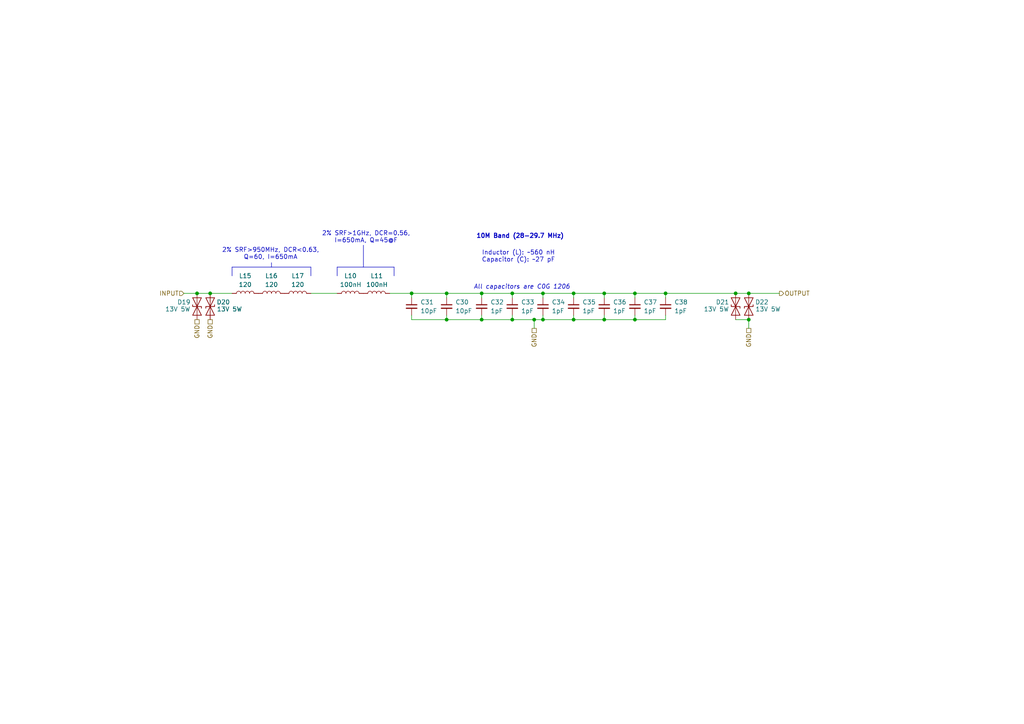
<source format=kicad_sch>
(kicad_sch (version 20231120) (generator "eeschema") (generator_version "8.0")
  (paper "A4")
  (lib_symbols
    (symbol "Device:C_Small" (pin_numbers hide) (pin_names (offset 0.254) hide)
      (property "Reference" "C" (at 0.254 1.778 0))
      (property "Value" "C_Small" (at 0.254 -2.032 0))
      (symbol "C_Small_0_1"
        (polyline (pts (xy -1.524 -0.508) (xy 1.524 -0.508)) (stroke (width 0.3302)))
        (polyline (pts (xy -1.524 0.508) (xy 1.524 0.508)) (stroke (width 0.3048)))
      )
      (symbol "C_Small_1_1"
        (pin passive line (at 0 2.54 270) (length 2.032) (name "~") (number "1"))
        (pin passive line (at 0 -2.54 90) (length 2.032) (name "~") (number "2"))
      )
    )
    (symbol "Device:L" (pin_numbers hide) (pin_names (offset 1.016) hide)
      (property "Reference" "L" (at -1.27 0 90))
      (property "Value" "L" (at 1.905 0 90))
      (symbol "L_0_1"
        (arc (start 0 -2.54) (mid 0.6323 -1.905) (end 0 -1.27))
        (arc (start 0 -1.27) (mid 0.6323 -0.635) (end 0 0))
        (arc (start 0 0) (mid 0.6323 0.635) (end 0 1.27))
        (arc (start 0 1.27) (mid 0.6323 1.905) (end 0 2.54))
      )
      (symbol "L_1_1"
        (pin passive line (at 0 3.81 270) (length 1.27) (name "1") (number "1"))
        (pin passive line (at 0 -3.81 90) (length 1.27) (name "2") (number "2"))
      )
    )
    (symbol "Diode:SD15_SOD323" (pin_numbers hide) (pin_names (offset 1.016) hide)
      (property "Reference" "D" (at 0 2.54 0))
      (property "Value" "SD15_SOD323" (at 0 -2.54 0))
      (symbol "SD15_SOD323_0_1"
        (polyline (pts (xy 1.27 0) (xy -1.27 0)))
        (polyline (pts (xy -2.54 -1.27) (xy 0 0) (xy -2.54 1.27) (xy -2.54 -1.27)) (stroke (width 0.2032)))
        (polyline (pts (xy 0.508 1.27) (xy 0 1.27) (xy 0 -1.27) (xy -0.508 -1.27)) (stroke (width 0.2032)))
        (polyline (pts (xy 2.54 1.27) (xy 2.54 -1.27) (xy 0 0) (xy 2.54 1.27)) (stroke (width 0.2032)))
      )
      (symbol "SD15_SOD323_1_1"
        (pin passive line (at -3.81 0 0) (length 2.54) (name "A1") (number "1"))
        (pin passive line (at 3.81 0 180) (length 2.54) (name "A2") (number "2"))
      )
    )
  )
  (junction (at 129.54 85.09))
  (junction (at 193.04 85.09))
  (junction (at 57.15 85.09))
  (junction (at 157.48 92.71))
  (junction (at 154.94 92.71))
  (junction (at 139.7 85.09))
  (junction (at 119.38 85.09))
  (junction (at 139.7 92.71))
  (junction (at 166.37 85.09))
  (junction (at 213.36 85.09))
  (junction (at 175.26 92.71))
  (junction (at 184.15 85.09))
  (junction (at 217.17 92.71))
  (junction (at 129.54 92.71))
  (junction (at 175.26 85.09))
  (junction (at 217.17 85.09))
  (junction (at 148.59 85.09))
  (junction (at 60.96 85.09))
  (junction (at 184.15 92.71))
  (junction (at 148.59 92.71))
  (junction (at 157.48 85.09))
  (junction (at 166.37 92.71))
  (wire (pts (xy 119.38 92.71) (xy 129.54 92.71)))
  (polyline (pts (xy 97.79 77.47) (xy 114.3 77.47)))
  (wire (pts (xy 166.37 85.09) (xy 175.26 85.09)))
  (wire (pts (xy 113.03 85.09) (xy 119.38 85.09)))
  (wire (pts (xy 148.59 91.44) (xy 148.59 92.71)))
  (wire (pts (xy 139.7 85.09) (xy 139.7 86.36)))
  (wire (pts (xy 213.36 85.09) (xy 217.17 85.09)))
  (wire (pts (xy 129.54 85.09) (xy 129.54 86.36)))
  (wire (pts (xy 217.17 92.71) (xy 217.17 95.25)))
  (wire (pts (xy 90.17 85.09) (xy 97.79 85.09)))
  (wire (pts (xy 157.48 85.09) (xy 157.48 86.36)))
  (wire (pts (xy 193.04 91.44) (xy 193.04 92.71)))
  (wire (pts (xy 154.94 92.71) (xy 157.48 92.71)))
  (polyline (pts (xy 90.17 77.47) (xy 67.31 77.47)))
  (wire (pts (xy 154.94 92.71) (xy 154.94 95.25)))
  (wire (pts (xy 166.37 85.09) (xy 166.37 86.36)))
  (wire (pts (xy 193.04 85.09) (xy 213.36 85.09)))
  (wire (pts (xy 193.04 85.09) (xy 193.04 86.36)))
  (polyline (pts (xy 67.31 77.47) (xy 67.31 80.01)))
  (wire (pts (xy 57.15 85.09) (xy 60.96 85.09)))
  (wire (pts (xy 175.26 85.09) (xy 184.15 85.09)))
  (wire (pts (xy 175.26 92.71) (xy 184.15 92.71)))
  (wire (pts (xy 148.59 92.71) (xy 154.94 92.71)))
  (wire (pts (xy 213.36 92.71) (xy 217.17 92.71)))
  (polyline (pts (xy 114.3 77.47) (xy 114.3 80.01)))
  (wire (pts (xy 53.34 85.09) (xy 57.15 85.09)))
  (wire (pts (xy 129.54 92.71) (xy 139.7 92.71)))
  (wire (pts (xy 157.48 85.09) (xy 166.37 85.09)))
  (wire (pts (xy 119.38 85.09) (xy 129.54 85.09)))
  (wire (pts (xy 166.37 91.44) (xy 166.37 92.71)))
  (wire (pts (xy 139.7 85.09) (xy 148.59 85.09)))
  (polyline (pts (xy 90.17 80.01) (xy 90.17 77.47)))
  (polyline (pts (xy 97.79 80.01) (xy 97.79 77.47)))
  (wire (pts (xy 129.54 85.09) (xy 139.7 85.09)))
  (wire (pts (xy 184.15 85.09) (xy 193.04 85.09)))
  (wire (pts (xy 129.54 91.44) (xy 129.54 92.71)))
  (wire (pts (xy 119.38 85.09) (xy 119.38 86.36)))
  (wire (pts (xy 175.26 91.44) (xy 175.26 92.71)))
  (wire (pts (xy 119.38 91.44) (xy 119.38 92.71)))
  (wire (pts (xy 139.7 92.71) (xy 148.59 92.71)))
  (wire (pts (xy 148.59 85.09) (xy 157.48 85.09)))
  (wire (pts (xy 184.15 92.71) (xy 193.04 92.71)))
  (wire (pts (xy 184.15 85.09) (xy 184.15 86.36)))
  (wire (pts (xy 157.48 91.44) (xy 157.48 92.71)))
  (wire (pts (xy 175.26 85.09) (xy 175.26 86.36)))
  (wire (pts (xy 139.7 91.44) (xy 139.7 92.71)))
  (wire (pts (xy 217.17 85.09) (xy 226.06 85.09)))
  (wire (pts (xy 60.96 85.09) (xy 67.31 85.09)))
  (polyline (pts (xy 78.74 76.2) (xy 78.74 77.47)))
  (wire (pts (xy 157.48 92.71) (xy 166.37 92.71)))
  (wire (pts (xy 184.15 91.44) (xy 184.15 92.71)))
  (polyline (pts (xy 105.41 71.12) (xy 105.41 77.47)))
  (wire (pts (xy 166.37 92.71) (xy 175.26 92.71)))
  (wire (pts (xy 148.59 85.09) (xy 148.59 86.36)))
  (text "10M Band (28-29.7 MHz)" (at 150.876 68.58 0) (effects (font (size 1.27 1.27) (thickness 0.254) (bold yes))))
  (text "2% SRF>950MHz, DCR<0.63,\nQ=60, I=650mA" (at 78.486 73.66 0) (effects (font (size 1.27 1.27))))
  (text "2% SRF>1GHz, DCR=0.56,\nI=650mA, Q=45@F" (at 106.172 68.834 0) (effects (font (size 1.27 1.27))))
  (text "All capacitors are C0G 1206" (at 151.384 83.312 0) (effects (font (size 1.27 1.27) (italic yes))))
  (text "Inductor (L): ~560 nH\nCapacitor (C): ~27 pF" (at 150.368 74.422 0) (effects (font (size 1.27 1.27))))
  (hierarchical_label "INPUT" (shape input) (at 53.34 85.09 180))
  (hierarchical_label "GND" (shape passive) (at 60.96 92.71 270))
  (hierarchical_label "OUTPUT" (shape output) (at 226.06 85.09 0))
  (hierarchical_label "GND" (shape passive) (at 57.15 92.71 270))
  (hierarchical_label "GND" (shape passive) (at 154.94 95.25 270))
  (hierarchical_label "GND" (shape passive) (at 217.17 95.25 270))
  (symbol (lib_id "Device:L") (at 101.6 85.09 90) (unit 1)
    (property "Reference" "L10" (at 99.822 80.01 90) (effects (justify right)))
    (property "Value" "100nH" (at 98.552 82.55 90) (effects (justify right)))
    (property "Footprint" "Inductor_SMD:L_1008_2520Metric" (effects (hide yes)))
    (property "Datasheet" "https://wmsc.lcsc.com/wmsc/upload/file/pdf/v2/lcsc/2304140030_PSA-Prosperity-Dielectrics-FEC1008CP-R10G-LRH_C346437.pdf" (effects (hide yes)))
    (property "Description" "650mA 100nH ±2% 560mΩ 1008 Inductors (SMD) ROHS" (effects (hide yes)))
    (property "Notes" "For 2M band, 144-148MHz." (effects (hide yes)))
    (property "LCSC Part #" "C346437" (effects (hide yes)))
    (property "MPN" "FEC1008CP-R10G-LRH" (effects (hide yes)))
    (property "Manufacturer" "Prosperity" (effects (hide yes)))
  )
  (symbol (lib_id "Device:L") (at 78.74 85.09 90) (unit 1)
    (property "Reference" "L16" (at 78.74 80.01 90))
    (property "Value" "120" (at 78.74 82.55 90))
    (property "Footprint" "Inductor_SMD:L_1008_2520Metric" (effects (hide yes)))
    (property "Datasheet" "https://wmsc.lcsc.com/wmsc/upload/file/pdf/v2/lcsc/2304140030_PSA-Prosperity-Dielectrics-FEC1008CP-R12G-LRH_C346438.pdf" (effects (hide yes)))
    (property "Description" "650mA 120nH ±2% 630mΩ 1008 Inductors (SMD) ROHS" (effects (hide yes)))
    (property "LCSC Part #" "C346438" (effects (hide yes)))
    (property "MPN" "FEC1008CP-R12G-LRH" (effects (hide yes)))
    (property "Manufacturer" "Prosperity" (effects (hide yes)))
  )
  (symbol (lib_id "Diode:SD15_SOD323") (at 217.17 88.9 270) (mirror x) (unit 1)
    (property "Reference" "D22" (at 220.98 87.63 90))
    (property "Value" "13V 5W" (at 222.758 89.662 90))
    (property "Footprint" "Diode_SMD:D_0603_1608Metric" (effects (hide yes)))
    (property "Datasheet" "https://wmsc.lcsc.com/wmsc/upload/file/pdf/v2/lcsc/1912111437_DOWO-SMB5350B_C284082.pdf" (effects (hide yes)))
    (property "Description" "Independent Type 5W 13V SMB(DO-214AA) Zener Diodes ROHS" (effects (hide yes)))
    (property "LCSC Part #" "C284082" (effects (hide yes)))
    (property "MPN" "SMB5350B" (effects (hide yes)))
    (property "Manufacturer" "DOWO" (effects (hide yes)))
  )
  (symbol (lib_id "Device:L") (at 86.36 85.09 90) (unit 1)
    (property "Reference" "L17" (at 86.36 80.01 90))
    (property "Value" "120" (at 86.36 82.55 90))
    (property "Footprint" "Inductor_SMD:L_1008_2520Metric" (effects (hide yes)))
    (property "Datasheet" "https://wmsc.lcsc.com/wmsc/upload/file/pdf/v2/lcsc/2304140030_PSA-Prosperity-Dielectrics-FEC1008CP-R12G-LRH_C346438.pdf" (effects (hide yes)))
    (property "Description" "650mA 120nH ±2% 630mΩ 1008 Inductors (SMD) ROHS" (effects (hide yes)))
    (property "LCSC Part #" "C346438" (effects (hide yes)))
    (property "MPN" "FEC1008CP-R12G-LRH" (effects (hide yes)))
    (property "Manufacturer" "Prosperity" (effects (hide yes)))
  )
  (symbol (lib_id "Diode:SD15_SOD323") (at 60.96 88.9 270) (mirror x) (unit 1)
    (property "Reference" "D20" (at 64.77 87.63 90))
    (property "Value" "13V 5W" (at 66.548 89.662 90))
    (property "Footprint" "Diode_SMD:D_0603_1608Metric" (effects (hide yes)))
    (property "Datasheet" "https://wmsc.lcsc.com/wmsc/upload/file/pdf/v2/lcsc/1912111437_DOWO-SMB5350B_C284082.pdf" (effects (hide yes)))
    (property "Description" "Independent Type 5W 13V SMB(DO-214AA) Zener Diodes ROHS" (effects (hide yes)))
    (property "LCSC Part #" "C284082" (effects (hide yes)))
    (property "MPN" "SMB5350B" (effects (hide yes)))
    (property "Manufacturer" "DOWO" (effects (hide yes)))
  )
  (symbol (lib_id "Device:C_Small") (at 119.38 88.9 0) (unit 1)
    (property "Reference" "C31" (at 121.92 87.6362 0) (effects (justify left)))
    (property "Value" "10pF" (at 121.92 90.1762 0) (effects (justify left)))
    (property "Footprint" "Capacitor_SMD:C_1206_3216Metric" (effects (hide yes)))
    (property "Datasheet" "https://wmsc.lcsc.com/wmsc/upload/file/pdf/v2/lcsc/2304140030_CCTC-TCC1206COG100J102DT_C377014.pdf" (effects (hide yes)))
    (property "Description" "1kV 10pF C0G ±5% 1206 Multilayer Ceramic Capacitors MLCC - SMD/SMT ROHS" (effects (hide yes)))
    (property "LCSC Part #" "C377014" (effects (hide yes)))
    (property "MPN" "TCC1206COG100J102DT" (effects (hide yes)))
    (property "Manufacturer" "CCTC" (effects (hide yes)))
  )
  (symbol (lib_id "Device:C_Small") (at 157.48 88.9 0) (unit 1)
    (property "Reference" "C34" (at 160.02 87.6362 0) (effects (justify left)))
    (property "Value" "1pF" (at 160.02 90.1762 0) (effects (justify left)))
    (property "Footprint" "Capacitor_SMD:C_1206_3216Metric" (effects (hide yes)))
    (property "Datasheet" "https://wmsc.lcsc.com/wmsc/upload/file/pdf/v2/lcsc/2304140030_FH--Guangdong-Fenghua-Advanced-Tech-1206CG1R0C500NT_C1891.pdf" (effects (hide yes)))
    (property "Description" "Unpolarized capacitor, small symbol" (effects (hide yes)))
    (property "LCSC Part #" "C1891" (effects (hide yes)))
    (property "MPN" "1206CG1R0C500NT" (effects (hide yes)))
    (property "Manufacturer" "Fenghua" (effects (hide yes)))
  )
  (symbol (lib_id "Device:C_Small") (at 184.15 88.9 0) (unit 1)
    (property "Reference" "C37" (at 186.69 87.6362 0) (effects (justify left)))
    (property "Value" "1pF" (at 186.69 90.1762 0) (effects (justify left)))
    (property "Footprint" "Capacitor_SMD:C_1206_3216Metric" (effects (hide yes)))
    (property "Datasheet" "https://wmsc.lcsc.com/wmsc/upload/file/pdf/v2/lcsc/2304140030_FH--Guangdong-Fenghua-Advanced-Tech-1206CG1R0C500NT_C1891.pdf" (effects (hide yes)))
    (property "Description" "Unpolarized capacitor, small symbol" (effects (hide yes)))
    (property "LCSC Part #" "C1891" (effects (hide yes)))
    (property "MPN" "1206CG1R0C500NT" (effects (hide yes)))
    (property "Manufacturer" "Fenghua" (effects (hide yes)))
  )
  (symbol (lib_id "Device:C_Small") (at 166.37 88.9 0) (unit 1)
    (property "Reference" "C35" (at 168.91 87.6362 0) (effects (justify left)))
    (property "Value" "1pF" (at 168.91 90.1762 0) (effects (justify left)))
    (property "Footprint" "Capacitor_SMD:C_1206_3216Metric" (effects (hide yes)))
    (property "Datasheet" "https://wmsc.lcsc.com/wmsc/upload/file/pdf/v2/lcsc/2304140030_FH--Guangdong-Fenghua-Advanced-Tech-1206CG1R0C500NT_C1891.pdf" (effects (hide yes)))
    (property "Description" "Unpolarized capacitor, small symbol" (effects (hide yes)))
    (property "LCSC Part #" "C1891" (effects (hide yes)))
    (property "MPN" "1206CG1R0C500NT" (effects (hide yes)))
    (property "Manufacturer" "Fenghua" (effects (hide yes)))
  )
  (symbol (lib_id "Device:C_Small") (at 139.7 88.9 0) (unit 1)
    (property "Reference" "C32" (at 142.24 87.6362 0) (effects (justify left)))
    (property "Value" "1pF" (at 142.24 90.1762 0) (effects (justify left)))
    (property "Footprint" "Capacitor_SMD:C_1206_3216Metric" (effects (hide yes)))
    (property "Datasheet" "https://wmsc.lcsc.com/wmsc/upload/file/pdf/v2/lcsc/2304140030_FH--Guangdong-Fenghua-Advanced-Tech-1206CG1R0C500NT_C1891.pdf" (effects (hide yes)))
    (property "Description" "Unpolarized capacitor, small symbol" (effects (hide yes)))
    (property "LCSC Part #" "C1891" (effects (hide yes)))
    (property "MPN" "1206CG1R0C500NT" (effects (hide yes)))
    (property "Manufacturer" "Fenghua" (effects (hide yes)))
  )
  (symbol (lib_id "Diode:SD15_SOD323") (at 213.36 88.9 90) (unit 1)
    (property "Reference" "D21" (at 209.55 87.63 90))
    (property "Value" "13V 5W" (at 207.772 89.662 90))
    (property "Footprint" "Diode_SMD:D_0603_1608Metric" (effects (hide yes)))
    (property "Datasheet" "https://wmsc.lcsc.com/wmsc/upload/file/pdf/v2/lcsc/1912111437_DOWO-SMB5350B_C284082.pdf" (effects (hide yes)))
    (property "Description" "Independent Type 5W 13V SMB(DO-214AA) Zener Diodes ROHS" (effects (hide yes)))
    (property "LCSC Part #" "C284082" (effects (hide yes)))
    (property "MPN" "SMB5350B" (effects (hide yes)))
    (property "Manufacturer" "DOWO" (effects (hide yes)))
  )
  (symbol (lib_id "Device:C_Small") (at 193.04 88.9 0) (unit 1)
    (property "Reference" "C38" (at 195.58 87.6362 0) (effects (justify left)))
    (property "Value" "1pF" (at 195.58 90.1762 0) (effects (justify left)))
    (property "Footprint" "Capacitor_SMD:C_1206_3216Metric" (effects (hide yes)))
    (property "Datasheet" "https://wmsc.lcsc.com/wmsc/upload/file/pdf/v2/lcsc/2304140030_FH--Guangdong-Fenghua-Advanced-Tech-1206CG1R0C500NT_C1891.pdf" (effects (hide yes)))
    (property "Description" "Unpolarized capacitor, small symbol" (effects (hide yes)))
    (property "LCSC Part #" "C1891" (effects (hide yes)))
    (property "MPN" "1206CG1R0C500NT" (effects (hide yes)))
    (property "Manufacturer" "Fenghua" (effects (hide yes)))
  )
  (symbol (lib_id "Diode:SD15_SOD323") (at 57.15 88.9 90) (unit 1)
    (property "Reference" "D19" (at 53.34 87.63 90))
    (property "Value" "13V 5W" (at 51.562 89.662 90))
    (property "Footprint" "Diode_SMD:D_0603_1608Metric" (effects (hide yes)))
    (property "Datasheet" "https://wmsc.lcsc.com/wmsc/upload/file/pdf/v2/lcsc/1912111437_DOWO-SMB5350B_C284082.pdf" (effects (hide yes)))
    (property "Description" "Independent Type 5W 13V SMB(DO-214AA) Zener Diodes ROHS" (effects (hide yes)))
    (property "LCSC Part #" "C284082" (effects (hide yes)))
    (property "MPN" "SMB5350B" (effects (hide yes)))
    (property "Manufacturer" "DOWO" (effects (hide yes)))
  )
  (symbol (lib_id "Device:C_Small") (at 129.54 88.9 0) (unit 1)
    (property "Reference" "C30" (at 132.08 87.6362 0) (effects (justify left)))
    (property "Value" "10pF" (at 132.08 90.1762 0) (effects (justify left)))
    (property "Footprint" "Capacitor_SMD:C_1206_3216Metric" (effects (hide yes)))
    (property "Datasheet" "https://wmsc.lcsc.com/wmsc/upload/file/pdf/v2/lcsc/2304140030_CCTC-TCC1206COG100J102DT_C377014.pdf" (effects (hide yes)))
    (property "Description" "1kV 10pF C0G ±5% 1206 Multilayer Ceramic Capacitors MLCC - SMD/SMT ROHS" (effects (hide yes)))
    (property "LCSC Part #" "C377014" (effects (hide yes)))
    (property "MPN" "TCC1206COG100J102DT" (effects (hide yes)))
    (property "Manufacturer" "CCTC" (effects (hide yes)))
  )
  (symbol (lib_id "Device:C_Small") (at 175.26 88.9 0) (unit 1)
    (property "Reference" "C36" (at 177.8 87.6362 0) (effects (justify left)))
    (property "Value" "1pF" (at 177.8 90.1762 0) (effects (justify left)))
    (property "Footprint" "Capacitor_SMD:C_1206_3216Metric" (effects (hide yes)))
    (property "Datasheet" "https://wmsc.lcsc.com/wmsc/upload/file/pdf/v2/lcsc/2304140030_FH--Guangdong-Fenghua-Advanced-Tech-1206CG1R0C500NT_C1891.pdf" (effects (hide yes)))
    (property "Description" "Unpolarized capacitor, small symbol" (effects (hide yes)))
    (property "LCSC Part #" "C1891" (effects (hide yes)))
    (property "MPN" "1206CG1R0C500NT" (effects (hide yes)))
    (property "Manufacturer" "Fenghua" (effects (hide yes)))
  )
  (symbol (lib_id "Device:L") (at 71.12 85.09 90) (unit 1)
    (property "Reference" "L15" (at 71.12 80.01 90))
    (property "Value" "120" (at 71.12 82.55 90))
    (property "Footprint" "Inductor_SMD:L_1008_2520Metric" (effects (hide yes)))
    (property "Datasheet" "https://wmsc.lcsc.com/wmsc/upload/file/pdf/v2/lcsc/2304140030_PSA-Prosperity-Dielectrics-FEC1008CP-R12G-LRH_C346438.pdf" (effects (hide yes)))
    (property "Description" "650mA 120nH ±2% 630mΩ 1008 Inductors (SMD) ROHS" (effects (hide yes)))
    (property "LCSC Part #" "C346438" (effects (hide yes)))
    (property "MPN" "FEC1008CP-R12G-LRH" (effects (hide yes)))
    (property "Manufacturer" "Prosperity" (effects (hide yes)))
  )
  (symbol (lib_id "Device:C_Small") (at 148.59 88.9 0) (unit 1)
    (property "Reference" "C33" (at 151.13 87.6362 0) (effects (justify left)))
    (property "Value" "1pF" (at 151.13 90.1762 0) (effects (justify left)))
    (property "Footprint" "Capacitor_SMD:C_1206_3216Metric" (effects (hide yes)))
    (property "Datasheet" "https://wmsc.lcsc.com/wmsc/upload/file/pdf/v2/lcsc/2304140030_FH--Guangdong-Fenghua-Advanced-Tech-1206CG1R0C500NT_C1891.pdf" (effects (hide yes)))
    (property "Description" "Unpolarized capacitor, small symbol" (effects (hide yes)))
    (property "LCSC Part #" "C1891" (effects (hide yes)))
    (property "MPN" "1206CG1R0C500NT" (effects (hide yes)))
    (property "Manufacturer" "Fenghua" (effects (hide yes)))
  )
  (symbol (lib_id "Device:L") (at 109.22 85.09 90) (unit 1)
    (property "Reference" "L11" (at 107.442 80.01 90) (effects (justify right)))
    (property "Value" "100nH" (at 106.172 82.55 90) (effects (justify right)))
    (property "Footprint" "Inductor_SMD:L_1008_2520Metric" (effects (hide yes)))
    (property "Datasheet" "https://wmsc.lcsc.com/wmsc/upload/file/pdf/v2/lcsc/2304140030_PSA-Prosperity-Dielectrics-FEC1008CP-R10G-LRH_C346437.pdf" (effects (hide yes)))
    (property "Description" "650mA 100nH ±2% 560mΩ 1008 Inductors (SMD) ROHS" (effects (hide yes)))
    (property "Notes" "For 2M band, 144-148MHz." (effects (hide yes)))
    (property "LCSC Part #" "C346437" (effects (hide yes)))
    (property "MPN" "FEC1008CP-R10G-LRH" (effects (hide yes)))
    (property "Manufacturer" "Prosperity" (effects (hide yes)))
  )
)
</source>
